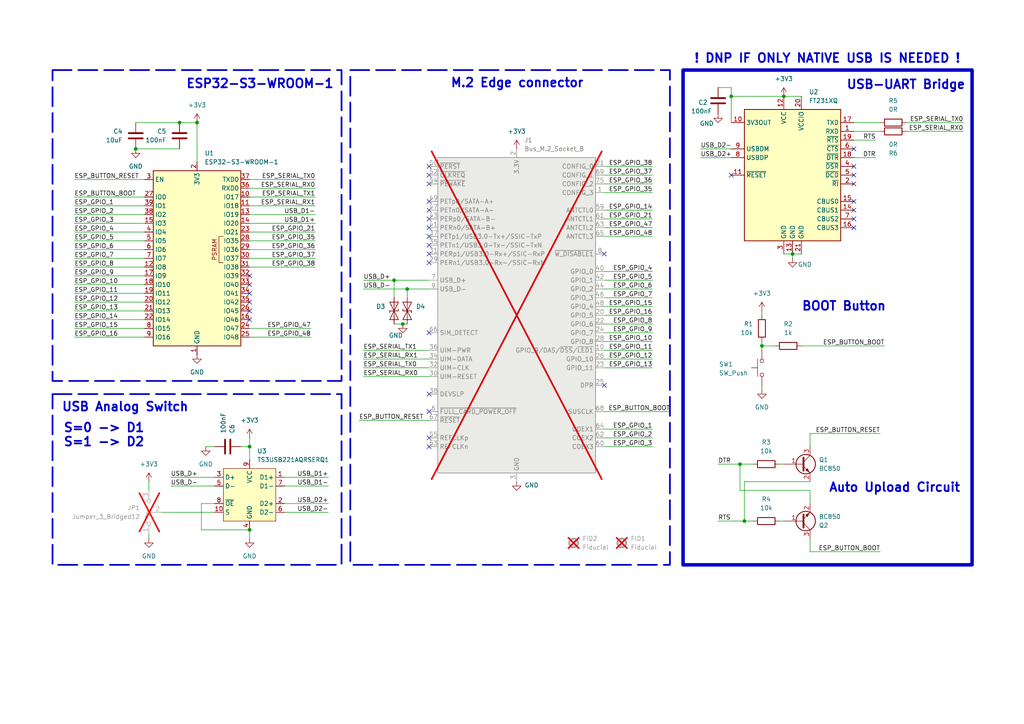
<source format=kicad_sch>
(kicad_sch (version 20231120) (generator "eeschema") (generator_version "8.0")
  (paper "A4")
  (lib_symbols
    (symbol "Connector:Bus_M.2_Socket_B"
      (property "Reference" "J" (at -22.86 46.99 0))
      (property "Value" "Bus_M.2_Socket_B" (at 16.51 46.99 0))
      (symbol "Bus_M.2_Socket_B_0_1"
        (rectangle (start -22.86 45.72) (end 22.86 -45.72) (stroke (width 0.254)) (fill (type background)))
      )
      (symbol "Bus_M.2_Socket_B_1_1"
        (pin input line (at 25.4 35.56 180) (length 2.54) (name "CONFIG_3") (number "1"))
        (pin bidirectional line (at 25.4 -10.16 180) (length 2.54) (name "GPIO_9/DAS/~{DSS}/~{LED1}") (number "10"))
        (pin passive line (at 0 -48.26 90) (length 2.54) hide (name "GND") (number "11"))
        (pin power_in line (at 0 48.26 270) (length 2.54) (name "3.3V") (number "2"))
        (pin bidirectional line (at 25.4 0 180) (length 2.54) (name "GPIO_5") (number "20"))
        (pin input line (at 25.4 43.18 180) (length 2.54) (name "CONFIG_0") (number "21"))
        (pin bidirectional line (at 25.4 -2.54 180) (length 2.54) (name "GPIO_6") (number "22"))
        (pin bidirectional line (at 25.4 -15.24 180) (length 2.54) (name "GPIO_11") (number "23"))
        (pin bidirectional line (at 25.4 -5.08 180) (length 2.54) (name "GPIO_7") (number "24"))
        (pin output line (at 25.4 -20.32 180) (length 2.54) (name "DPR") (number "25"))
        (pin bidirectional line (at 25.4 -12.7 180) (length 2.54) (name "GPIO_10") (number "26"))
        (pin passive line (at 0 -48.26 90) (length 2.54) hide (name "GND") (number "27"))
        (pin bidirectional line (at 25.4 -7.62 180) (length 2.54) (name "GPIO_8") (number "28"))
        (pin input line (at -25.4 15.24 0) (length 2.54) (name "PERn1/USB3.0-Rx-/SSIC-RxN") (number "29"))
        (pin power_in line (at 0 -48.26 90) (length 2.54) (name "GND") (number "3"))
        (pin input line (at -25.4 -17.78 0) (length 2.54) (name "UIM-RESET") (number "30"))
        (pin input line (at -25.4 17.78 0) (length 2.54) (name "PERp1/USB3.0-Rx+/SSIC-RxP") (number "31"))
        (pin input line (at -25.4 -15.24 0) (length 2.54) (name "UIM-CLK") (number "32"))
        (pin passive line (at 0 -48.26 90) (length 2.54) hide (name "GND") (number "33"))
        (pin bidirectional line (at -25.4 -12.7 0) (length 2.54) (name "UIM-DATA") (number "34"))
        (pin output line (at -25.4 20.32 0) (length 2.54) (name "PETn1/USB3.0-Tx-/SSIC-TxN") (number "35"))
        (pin input line (at -25.4 -10.16 0) (length 2.54) (name "UIM-PWR") (number "36"))
        (pin output line (at -25.4 22.86 0) (length 2.54) (name "PETp1/USB3.0-Tx+/SSIC-TxP") (number "37"))
        (pin output line (at -25.4 -22.86 0) (length 2.54) (name "DEVSLP") (number "38"))
        (pin passive line (at 0 -48.26 90) (length 2.54) hide (name "GND") (number "39"))
        (pin passive line (at 0 48.26 270) (length 2.54) hide (name "3.3V") (number "4"))
        (pin bidirectional line (at 25.4 12.7 180) (length 2.54) (name "GPIO_0") (number "40"))
        (pin input line (at -25.4 25.4 0) (length 2.54) (name "PERn0/SATA-B+") (number "41"))
        (pin bidirectional line (at 25.4 10.16 180) (length 2.54) (name "GPIO_1") (number "42"))
        (pin input line (at -25.4 27.94 0) (length 2.54) (name "PERp0/SATA-B-") (number "43"))
        (pin bidirectional line (at 25.4 7.62 180) (length 2.54) (name "GPIO_2") (number "44"))
        (pin passive line (at 0 -48.26 90) (length 2.54) hide (name "GND") (number "45"))
        (pin bidirectional line (at 25.4 5.08 180) (length 2.54) (name "GPIO_3") (number "46"))
        (pin output line (at -25.4 30.48 0) (length 2.54) (name "PETn0/SATA-A-") (number "47"))
        (pin bidirectional line (at 25.4 2.54 180) (length 2.54) (name "GPIO_4") (number "48"))
        (pin output line (at -25.4 33.02 0) (length 2.54) (name "PETp0/SATA-A+") (number "49"))
        (pin passive line (at 0 -48.26 90) (length 2.54) hide (name "GND") (number "5"))
        (pin output line (at -25.4 43.18 0) (length 2.54) (name "~{PERST}") (number "50"))
        (pin passive line (at 0 -48.26 90) (length 2.54) hide (name "GND") (number "51"))
        (pin bidirectional line (at -25.4 40.64 0) (length 2.54) (name "~{CLKREQ}") (number "52"))
        (pin output line (at -25.4 -38.1 0) (length 2.54) (name "REFCLKn") (number "53"))
        (pin bidirectional line (at -25.4 38.1 0) (length 2.54) (name "~{PEWAKE}") (number "54"))
        (pin output line (at -25.4 -35.56 0) (length 2.54) (name "REFCLKp") (number "55"))
        (pin no_connect line (at 22.86 -43.18 180) (length 2.54) hide (name "NC") (number "56"))
        (pin passive line (at 0 -48.26 90) (length 2.54) hide (name "GND") (number "57"))
        (pin no_connect line (at 22.86 -40.64 180) (length 2.54) hide (name "NC") (number "58"))
        (pin input line (at 25.4 30.48 180) (length 2.54) (name "ANTCTL0") (number "59"))
        (pin output line (at -25.4 -27.94 0) (length 2.54) (name "~{FULL_CARD_POWER_OFF}") (number "6"))
        (pin bidirectional line (at 25.4 -38.1 180) (length 2.54) (name "COEX3") (number "60"))
        (pin input line (at 25.4 27.94 180) (length 2.54) (name "ANTCTL1") (number "61"))
        (pin bidirectional line (at 25.4 -35.56 180) (length 2.54) (name "COEX2") (number "62"))
        (pin input line (at 25.4 25.4 180) (length 2.54) (name "ANTCTL2") (number "63"))
        (pin bidirectional line (at 25.4 -33.02 180) (length 2.54) (name "COEX1") (number "64"))
        (pin input line (at 25.4 22.86 180) (length 2.54) (name "ANTCTL3") (number "65"))
        (pin output line (at -25.4 -5.08 0) (length 2.54) (name "SIM_DETECT") (number "66"))
        (pin output line (at -25.4 -30.48 0) (length 2.54) (name "~{RESET}") (number "67"))
        (pin output line (at 25.4 -27.94 180) (length 2.54) (name "SUSCLK") (number "68"))
        (pin input line (at 25.4 40.64 180) (length 2.54) (name "CONFIG_1") (number "69"))
        (pin bidirectional line (at -25.4 10.16 0) (length 2.54) (name "USB_D+") (number "7"))
        (pin passive line (at 0 48.26 270) (length 2.54) hide (name "3.3V") (number "70"))
        (pin passive line (at 0 -48.26 90) (length 2.54) hide (name "GND") (number "71"))
        (pin passive line (at 0 48.26 270) (length 2.54) hide (name "3.3V") (number "72"))
        (pin passive line (at 0 -48.26 90) (length 2.54) hide (name "GND") (number "73"))
        (pin passive line (at 0 48.26 270) (length 2.54) hide (name "3.3V") (number "74"))
        (pin input line (at 25.4 38.1 180) (length 2.54) (name "CONFIG_2") (number "75"))
        (pin output line (at 25.4 17.78 180) (length 2.54) (name "~{W_DISABLE1}") (number "8"))
        (pin bidirectional line (at -25.4 7.62 0) (length 2.54) (name "USB_D-") (number "9"))
      )
    )
    (symbol "Device:C" (pin_numbers hide) (pin_names (offset 0.254))
      (property "Reference" "C" (at 0.635 2.54 0))
      (property "Value" "C" (at 0.635 -2.54 0))
      (symbol "C_0_1"
        (polyline (pts (xy -2.032 -0.762) (xy 2.032 -0.762)) (stroke (width 0.508)))
        (polyline (pts (xy -2.032 0.762) (xy 2.032 0.762)) (stroke (width 0.508)))
      )
      (symbol "C_1_1"
        (pin passive line (at 0 3.81 270) (length 2.794) (name "~") (number "1"))
        (pin passive line (at 0 -3.81 90) (length 2.794) (name "~") (number "2"))
      )
    )
    (symbol "Device:R" (pin_numbers hide) (pin_names (offset 0))
      (property "Reference" "R" (at 2.032 0 90))
      (property "Value" "R" (at 0 0 90))
      (symbol "R_0_1"
        (rectangle (start -1.016 -2.54) (end 1.016 2.54) (stroke (width 0.254)))
      )
      (symbol "R_1_1"
        (pin passive line (at 0 3.81 270) (length 1.27) (name "~") (number "1"))
        (pin passive line (at 0 -3.81 90) (length 1.27) (name "~") (number "2"))
      )
    )
    (symbol "Diode:SD05_SOD323" (pin_numbers hide) (pin_names (offset 1.016) hide)
      (property "Reference" "D" (at 0 2.54 0))
      (property "Value" "SD05_SOD323" (at 0 -2.54 0))
      (symbol "SD05_SOD323_0_1"
        (polyline (pts (xy 1.27 0) (xy -1.27 0)))
        (polyline (pts (xy -2.54 -1.27) (xy 0 0) (xy -2.54 1.27) (xy -2.54 -1.27)) (stroke (width 0.2032)))
        (polyline (pts (xy 0.508 1.27) (xy 0 1.27) (xy 0 -1.27) (xy -0.508 -1.27)) (stroke (width 0.2032)))
        (polyline (pts (xy 2.54 1.27) (xy 2.54 -1.27) (xy 0 0) (xy 2.54 1.27)) (stroke (width 0.2032)))
      )
      (symbol "SD05_SOD323_1_1"
        (pin passive line (at -3.81 0 0) (length 2.54) (name "A1") (number "1"))
        (pin passive line (at 3.81 0 180) (length 2.54) (name "A2") (number "2"))
      )
    )
    (symbol "Interface_USB:FT231XQ"
      (property "Reference" "U" (at -13.97 20.32 0))
      (property "Value" "FT231XQ" (at 6.35 20.32 0))
      (symbol "FT231XQ_0_1"
        (rectangle (start -13.97 19.05) (end 13.97 -19.05) (stroke (width 0.254)) (fill (type background)))
      )
      (symbol "FT231XQ_1_1"
        (pin input line (at 17.78 12.7 180) (length 3.81) (name "RXD") (number "1"))
        (pin power_out line (at -17.78 15.24 0) (length 3.81) (name "3V3OUT") (number "10"))
        (pin input line (at -17.78 0 0) (length 3.81) (name "~{RESET}") (number "11"))
        (pin power_in line (at -2.54 22.86 270) (length 3.81) (name "VCC") (number "12"))
        (pin power_in line (at 0 -22.86 90) (length 3.81) (name "GND") (number "13"))
        (pin bidirectional line (at 17.78 -10.16 180) (length 3.81) (name "CBUS1") (number "14"))
        (pin bidirectional line (at 17.78 -7.62 180) (length 3.81) (name "CBUS0") (number "15"))
        (pin bidirectional line (at 17.78 -15.24 180) (length 3.81) (name "CBUS3") (number "16"))
        (pin output line (at 17.78 15.24 180) (length 3.81) (name "TXD") (number "17"))
        (pin output line (at 17.78 5.08 180) (length 3.81) (name "~{DTR}") (number "18"))
        (pin output line (at 17.78 10.16 180) (length 3.81) (name "~{RTS}") (number "19"))
        (pin input line (at 17.78 -2.54 180) (length 3.81) (name "~{RI}") (number "2"))
        (pin power_in line (at 2.54 22.86 270) (length 3.81) (name "VCCIO") (number "20"))
        (pin power_in line (at 2.54 -22.86 90) (length 3.81) (name "GND") (number "21"))
        (pin power_in line (at -2.54 -22.86 90) (length 3.81) (name "GND") (number "3"))
        (pin input line (at 17.78 2.54 180) (length 3.81) (name "~{DSR}") (number "4"))
        (pin input line (at 17.78 0 180) (length 3.81) (name "~{DCD}") (number "5"))
        (pin input line (at 17.78 7.62 180) (length 3.81) (name "~{CTS}") (number "6"))
        (pin bidirectional line (at 17.78 -12.7 180) (length 3.81) (name "CBUS2") (number "7"))
        (pin bidirectional line (at -17.78 5.08 0) (length 3.81) (name "USBDP") (number "8"))
        (pin bidirectional line (at -17.78 7.62 0) (length 3.81) (name "USBDM") (number "9"))
      )
    )
    (symbol "Interface_USB:TS3USB30ERSWR"
      (property "Reference" "U" (at -6.35 8.89 0))
      (property "Value" "TS3USB30ERSWR" (at 8.89 8.89 0))
      (symbol "TS3USB30ERSWR_1_1"
        (rectangle (start -7.62 7.62) (end 7.62 -7.62) (fill (type background)))
        (pin bidirectional line (at 10.16 5.08 180) (length 2.54) (name "D1+") (number "1"))
        (pin input line (at -10.16 -5.08 0) (length 2.54) (name "S") (number "10"))
        (pin bidirectional line (at 10.16 -2.54 180) (length 2.54) (name "D2+") (number "2"))
        (pin bidirectional line (at -10.16 5.08 0) (length 2.54) (name "D+") (number "3"))
        (pin power_in line (at 0 -10.16 90) (length 2.54) (name "GND") (number "4"))
        (pin bidirectional line (at -10.16 2.54 0) (length 2.54) (name "D-") (number "5"))
        (pin bidirectional line (at 10.16 -5.08 180) (length 2.54) (name "D2-") (number "6"))
        (pin bidirectional line (at 10.16 2.54 180) (length 2.54) (name "D1-") (number "7"))
        (pin input line (at -10.16 -2.54 0) (length 2.54) (name "~{OE}") (number "8"))
        (pin power_in line (at 0 10.16 270) (length 2.54) (name "VCC") (number "9"))
      )
    )
    (symbol "Jumper:Jumper_3_Bridged12" (pin_names (offset 0) hide)
      (property "Reference" "JP" (at -2.54 -2.54 0))
      (property "Value" "Jumper_3_Bridged12" (at 0 2.794 0))
      (symbol "Jumper_3_Bridged12_0_0"
        (circle (center -3.302 0) (radius 0.508))
        (circle (center 0 0) (radius 0.508))
        (circle (center 3.302 0) (radius 0.508))
      )
      (symbol "Jumper_3_Bridged12_0_1"
        (arc (start -0.254 0.508) (mid -1.651 0.9912) (end -3.048 0.508))
        (polyline (pts (xy 0 -1.27) (xy 0 -0.508)))
      )
      (symbol "Jumper_3_Bridged12_1_1"
        (pin passive line (at -6.35 0 0) (length 2.54) (name "A") (number "1"))
        (pin passive line (at 0 -3.81 90) (length 2.54) (name "C") (number "2"))
        (pin passive line (at 6.35 0 180) (length 2.54) (name "B") (number "3"))
      )
    )
    (symbol "Mechanical:Fiducial"
      (property "Reference" "FID" (at 0 5.08 0))
      (property "Value" "Fiducial" (at 0 3.175 0))
      (symbol "Fiducial_0_1"
        (circle (center 0 0) (radius 1.27) (stroke (width 0.508)) (fill (type background)))
      )
    )
    (symbol "RF_Module:ESP32-S3-WROOM-1"
      (property "Reference" "U" (at -12.7 26.67 0))
      (property "Value" "ESP32-S3-WROOM-1" (at 12.7 26.67 0))
      (symbol "ESP32-S3-WROOM-1_0_0"
        (rectangle (start -12.7 25.4) (end 12.7 -25.4) (stroke (width 0.254)) (fill (type background)))
        (text "PSRAM" (at 5.08 2.54 900) (effects (font (size 1.27 1.27))))
      )
      (symbol "ESP32-S3-WROOM-1_0_1"
        (polyline (pts (xy 7.62 -1.27) (xy 6.35 -1.27) (xy 6.35 6.35) (xy 7.62 6.35)))
      )
      (symbol "ESP32-S3-WROOM-1_1_1"
        (pin power_in line (at 0 -27.94 90) (length 2.54) (name "GND") (number "1"))
        (pin bidirectional line (at 15.24 17.78 180) (length 2.54) (name "IO17") (number "10"))
        (pin bidirectional line (at 15.24 15.24 180) (length 2.54) (name "IO18") (number "11"))
        (pin bidirectional line (at -15.24 -2.54 0) (length 2.54) (name "IO8") (number "12"))
        (pin bidirectional line (at 15.24 12.7 180) (length 2.54) (name "IO19") (number "13"))
        (pin bidirectional line (at 15.24 10.16 180) (length 2.54) (name "IO20") (number "14"))
        (pin bidirectional line (at -15.24 10.16 0) (length 2.54) (name "IO3") (number "15"))
        (pin bidirectional line (at 15.24 -17.78 180) (length 2.54) (name "IO46") (number "16"))
        (pin bidirectional line (at -15.24 -5.08 0) (length 2.54) (name "IO9") (number "17"))
        (pin bidirectional line (at -15.24 -7.62 0) (length 2.54) (name "IO10") (number "18"))
        (pin bidirectional line (at -15.24 -10.16 0) (length 2.54) (name "IO11") (number "19"))
        (pin power_in line (at 0 27.94 270) (length 2.54) (name "3V3") (number "2"))
        (pin bidirectional line (at -15.24 -12.7 0) (length 2.54) (name "IO12") (number "20"))
        (pin bidirectional line (at -15.24 -15.24 0) (length 2.54) (name "IO13") (number "21"))
        (pin bidirectional line (at -15.24 -17.78 0) (length 2.54) (name "IO14") (number "22"))
        (pin bidirectional line (at 15.24 7.62 180) (length 2.54) (name "IO21") (number "23"))
        (pin bidirectional line (at 15.24 -20.32 180) (length 2.54) (name "IO47") (number "24"))
        (pin bidirectional line (at 15.24 -22.86 180) (length 2.54) (name "IO48") (number "25"))
        (pin bidirectional line (at 15.24 -15.24 180) (length 2.54) (name "IO45") (number "26"))
        (pin bidirectional line (at -15.24 17.78 0) (length 2.54) (name "IO0") (number "27"))
        (pin bidirectional line (at 15.24 5.08 180) (length 2.54) (name "IO35") (number "28"))
        (pin bidirectional line (at 15.24 2.54 180) (length 2.54) (name "IO36") (number "29"))
        (pin input line (at -15.24 22.86 0) (length 2.54) (name "EN") (number "3"))
        (pin bidirectional line (at 15.24 0 180) (length 2.54) (name "IO37") (number "30"))
        (pin bidirectional line (at 15.24 -2.54 180) (length 2.54) (name "IO38") (number "31"))
        (pin bidirectional line (at 15.24 -5.08 180) (length 2.54) (name "IO39") (number "32"))
        (pin bidirectional line (at 15.24 -7.62 180) (length 2.54) (name "IO40") (number "33"))
        (pin bidirectional line (at 15.24 -10.16 180) (length 2.54) (name "IO41") (number "34"))
        (pin bidirectional line (at 15.24 -12.7 180) (length 2.54) (name "IO42") (number "35"))
        (pin bidirectional line (at 15.24 20.32 180) (length 2.54) (name "RXD0") (number "36"))
        (pin bidirectional line (at 15.24 22.86 180) (length 2.54) (name "TXD0") (number "37"))
        (pin bidirectional line (at -15.24 12.7 0) (length 2.54) (name "IO2") (number "38"))
        (pin bidirectional line (at -15.24 15.24 0) (length 2.54) (name "IO1") (number "39"))
        (pin bidirectional line (at -15.24 7.62 0) (length 2.54) (name "IO4") (number "4"))
        (pin passive line (at 0 -27.94 90) (length 2.54) hide (name "GND") (number "40"))
        (pin passive line (at 0 -27.94 90) (length 2.54) hide (name "GND") (number "41"))
        (pin bidirectional line (at -15.24 5.08 0) (length 2.54) (name "IO5") (number "5"))
        (pin bidirectional line (at -15.24 2.54 0) (length 2.54) (name "IO6") (number "6"))
        (pin bidirectional line (at -15.24 0 0) (length 2.54) (name "IO7") (number "7"))
        (pin bidirectional line (at -15.24 -20.32 0) (length 2.54) (name "IO15") (number "8"))
        (pin bidirectional line (at -15.24 -22.86 0) (length 2.54) (name "IO16") (number "9"))
      )
    )
    (symbol "Switch:SW_Push" (pin_numbers hide) (pin_names (offset 1.016) hide)
      (property "Reference" "SW" (at 1.27 2.54 0))
      (property "Value" "SW_Push" (at 0 -1.524 0))
      (symbol "SW_Push_0_1"
        (circle (center -2.032 0) (radius 0.508))
        (polyline (pts (xy 0 1.27) (xy 0 3.048)))
        (polyline (pts (xy 2.54 1.27) (xy -2.54 1.27)))
        (circle (center 2.032 0) (radius 0.508))
        (pin passive line (at -5.08 0 0) (length 2.54) (name "1") (number "1"))
        (pin passive line (at 5.08 0 180) (length 2.54) (name "2") (number "2"))
      )
    )
    (symbol "Transistor_BJT:BC850" (pin_names (offset 0) hide)
      (property "Reference" "Q" (at 5.08 1.905 0))
      (property "Value" "BC850" (at 5.08 0 0))
      (symbol "BC850_0_1"
        (polyline (pts (xy 0.635 0.635) (xy 2.54 2.54)))
        (polyline (pts (xy 0.635 -0.635) (xy 2.54 -2.54) (xy 2.54 -2.54)))
        (polyline (pts (xy 0.635 1.905) (xy 0.635 -1.905) (xy 0.635 -1.905)) (stroke (width 0.508)))
        (polyline (pts (xy 1.27 -1.778) (xy 1.778 -1.27) (xy 2.286 -2.286) (xy 1.27 -1.778) (xy 1.27 -1.778)) (fill (type outline)))
        (circle (center 1.27 0) (radius 2.8194) (stroke (width 0.254)))
      )
      (symbol "BC850_1_1"
        (pin input line (at -5.08 0 0) (length 5.715) (name "B") (number "1"))
        (pin passive line (at 2.54 -5.08 90) (length 2.54) (name "E") (number "2"))
        (pin passive line (at 2.54 5.08 270) (length 2.54) (name "C") (number "3"))
      )
    )
    (symbol "power:+3V3" (power) (pin_numbers hide) (pin_names (offset 0) hide)
      (property "Value" "+3V3" (at 0 3.556 0))
      (symbol "+3V3_0_1"
        (polyline (pts (xy -0.762 1.27) (xy 0 2.54)))
        (polyline (pts (xy 0 0) (xy 0 2.54)))
        (polyline (pts (xy 0 2.54) (xy 0.762 1.27)))
      )
      (symbol "+3V3_1_1"
        (pin power_in line (at 0 0 90) (length 0) (name "~") (number "1"))
      )
    )
    (symbol "power:GND" (power) (pin_numbers hide) (pin_names (offset 0) hide)
      (property "Value" "GND" (at 0 -3.81 0))
      (symbol "GND_0_1"
        (polyline (pts (xy 0 0) (xy 0 -1.27) (xy 1.27 -1.27) (xy 0 -2.54) (xy -1.27 -1.27) (xy 0 -1.27)))
      )
      (symbol "GND_1_1"
        (pin power_in line (at 0 0 270) (length 0) (name "~") (number "1"))
      )
    )
  )
  (junction (at 72.39 129.54))
  (junction (at 227.33 27.94))
  (junction (at 214.63 134.62))
  (junction (at 57.15 35.56))
  (junction (at 114.3 81.28))
  (junction (at 215.9 151.13))
  (junction (at 220.98 100.33))
  (junction (at 212.09 27.94))
  (junction (at 72.39 153.67))
  (junction (at 39.37 43.18))
  (junction (at 118.11 83.82))
  (junction (at 116.84 93.98))
  (junction (at 229.87 73.66))
  (junction (at 52.07 35.56))
  (no_connect (at 124.46 68.58))
  (no_connect (at 124.46 71.12))
  (no_connect (at 124.46 114.3))
  (no_connect (at 175.26 73.66))
  (no_connect (at 124.46 63.5))
  (no_connect (at 124.46 50.8))
  (no_connect (at 72.39 92.71))
  (no_connect (at 124.46 73.66))
  (no_connect (at 72.39 87.63))
  (no_connect (at 124.46 76.2))
  (no_connect (at 124.46 48.26))
  (no_connect (at 247.65 60.96))
  (no_connect (at 124.46 58.42))
  (no_connect (at 72.39 85.09))
  (no_connect (at 247.65 63.5))
  (no_connect (at 247.65 48.26))
  (no_connect (at 124.46 129.54))
  (no_connect (at 124.46 96.52))
  (no_connect (at 72.39 80.01))
  (no_connect (at 247.65 43.18))
  (no_connect (at 212.09 50.8))
  (no_connect (at 247.65 50.8))
  (no_connect (at 124.46 53.34))
  (no_connect (at 247.65 53.34))
  (no_connect (at 124.46 119.38))
  (no_connect (at 175.26 111.76))
  (no_connect (at 124.46 60.96))
  (no_connect (at 247.65 66.04))
  (no_connect (at 72.39 90.17))
  (no_connect (at 124.46 127))
  (no_connect (at 247.65 58.42))
  (no_connect (at 72.39 82.55))
  (no_connect (at 124.46 66.04))
  (wire (pts (xy 72.39 153.67) (xy 72.39 156.21)))
  (wire (pts (xy 21.59 62.23) (xy 41.91 62.23)))
  (wire (pts (xy 175.26 91.44) (xy 189.23 91.44)))
  (wire (pts (xy 175.26 124.46) (xy 189.23 124.46)))
  (wire (pts (xy 175.26 86.36) (xy 189.23 86.36)))
  (wire (pts (xy 41.91 57.15) (xy 21.59 57.15)))
  (wire (pts (xy 232.41 27.94) (xy 227.33 27.94)))
  (wire (pts (xy 215.9 139.7) (xy 215.9 151.13)))
  (wire (pts (xy 58.42 146.05) (xy 58.42 153.67)))
  (wire (pts (xy 21.59 92.71) (xy 41.91 92.71)))
  (wire (pts (xy 175.26 129.54) (xy 189.23 129.54)))
  (wire (pts (xy 203.2 43.18) (xy 212.09 43.18)))
  (wire (pts (xy 208.28 151.13) (xy 215.9 151.13)))
  (wire (pts (xy 226.06 151.13) (xy 227.33 151.13)))
  (wire (pts (xy 247.65 40.64) (xy 254 40.64)))
  (wire (pts (xy 262.89 38.1) (xy 279.4 38.1)))
  (wire (pts (xy 105.41 109.22) (xy 124.46 109.22)))
  (wire (pts (xy 212.09 25.4) (xy 212.09 27.94)))
  (wire (pts (xy 175.26 99.06) (xy 189.23 99.06)))
  (wire (pts (xy 175.26 60.96) (xy 189.23 60.96)))
  (wire (pts (xy 229.87 73.66) (xy 229.87 74.93)))
  (wire (pts (xy 59.69 129.54) (xy 62.23 129.54)))
  (wire (pts (xy 105.41 101.6) (xy 124.46 101.6)))
  (wire (pts (xy 118.11 83.82) (xy 118.11 86.36)))
  (wire (pts (xy 91.44 67.31) (xy 72.39 67.31)))
  (wire (pts (xy 72.39 74.93) (xy 91.44 74.93)))
  (wire (pts (xy 229.87 73.66) (xy 232.41 73.66)))
  (wire (pts (xy 220.98 90.17) (xy 220.98 91.44)))
  (wire (pts (xy 175.26 104.14) (xy 189.23 104.14)))
  (wire (pts (xy 95.25 140.97) (xy 82.55 140.97)))
  (wire (pts (xy 214.63 142.24) (xy 214.63 134.62)))
  (wire (pts (xy 91.44 64.77) (xy 72.39 64.77)))
  (wire (pts (xy 208.28 25.4) (xy 212.09 25.4)))
  (wire (pts (xy 105.41 83.82) (xy 118.11 83.82)))
  (wire (pts (xy 72.39 127) (xy 72.39 129.54)))
  (wire (pts (xy 104.14 121.92) (xy 124.46 121.92)))
  (wire (pts (xy 208.28 134.62) (xy 214.63 134.62)))
  (wire (pts (xy 62.23 146.05) (xy 58.42 146.05)))
  (wire (pts (xy 49.53 140.97) (xy 62.23 140.97)))
  (wire (pts (xy 175.26 68.58) (xy 189.23 68.58)))
  (wire (pts (xy 175.26 96.52) (xy 189.23 96.52)))
  (wire (pts (xy 49.53 138.43) (xy 62.23 138.43)))
  (wire (pts (xy 72.39 69.85) (xy 91.44 69.85)))
  (wire (pts (xy 175.26 48.26) (xy 189.23 48.26)))
  (wire (pts (xy 69.85 129.54) (xy 72.39 129.54)))
  (wire (pts (xy 21.59 67.31) (xy 41.91 67.31)))
  (wire (pts (xy 82.55 138.43) (xy 95.25 138.43)))
  (wire (pts (xy 21.59 95.25) (xy 41.91 95.25)))
  (wire (pts (xy 21.59 85.09) (xy 41.91 85.09)))
  (wire (pts (xy 91.44 54.61) (xy 72.39 54.61)))
  (wire (pts (xy 21.59 64.77) (xy 41.91 64.77)))
  (wire (pts (xy 232.41 100.33) (xy 256.54 100.33)))
  (wire (pts (xy 175.26 81.28) (xy 189.23 81.28)))
  (wire (pts (xy 114.3 81.28) (xy 114.3 86.36)))
  (wire (pts (xy 234.95 125.73) (xy 255.27 125.73)))
  (wire (pts (xy 91.44 62.23) (xy 72.39 62.23)))
  (wire (pts (xy 215.9 151.13) (xy 218.44 151.13)))
  (wire (pts (xy 95.25 148.59) (xy 82.55 148.59)))
  (wire (pts (xy 21.59 52.07) (xy 41.91 52.07)))
  (wire (pts (xy 214.63 134.62) (xy 218.44 134.62)))
  (wire (pts (xy 175.26 88.9) (xy 189.23 88.9)))
  (wire (pts (xy 175.26 53.34) (xy 189.23 53.34)))
  (wire (pts (xy 234.95 156.21) (xy 234.95 160.02)))
  (wire (pts (xy 21.59 80.01) (xy 41.91 80.01)))
  (wire (pts (xy 21.59 77.47) (xy 41.91 77.47)))
  (wire (pts (xy 21.59 97.79) (xy 41.91 97.79)))
  (wire (pts (xy 175.26 106.68) (xy 189.23 106.68)))
  (wire (pts (xy 175.26 83.82) (xy 189.23 83.82)))
  (wire (pts (xy 105.41 106.68) (xy 124.46 106.68)))
  (wire (pts (xy 118.11 83.82) (xy 124.46 83.82)))
  (wire (pts (xy 175.26 50.8) (xy 189.23 50.8)))
  (wire (pts (xy 72.39 97.79) (xy 90.17 97.79)))
  (wire (pts (xy 21.59 74.93) (xy 41.91 74.93)))
  (wire (pts (xy 227.33 73.66) (xy 229.87 73.66)))
  (wire (pts (xy 175.26 101.6) (xy 189.23 101.6)))
  (wire (pts (xy 91.44 77.47) (xy 72.39 77.47)))
  (wire (pts (xy 175.26 127) (xy 189.23 127)))
  (wire (pts (xy 234.95 142.24) (xy 214.63 142.24)))
  (wire (pts (xy 105.41 104.14) (xy 124.46 104.14)))
  (wire (pts (xy 95.25 146.05) (xy 82.55 146.05)))
  (wire (pts (xy 39.37 43.18) (xy 52.07 43.18)))
  (wire (pts (xy 220.98 100.33) (xy 224.79 100.33)))
  (wire (pts (xy 57.15 35.56) (xy 57.15 46.99)))
  (wire (pts (xy 254 45.72) (xy 247.65 45.72)))
  (wire (pts (xy 114.3 93.98) (xy 116.84 93.98)))
  (wire (pts (xy 175.26 78.74) (xy 189.23 78.74)))
  (wire (pts (xy 175.26 93.98) (xy 189.23 93.98)))
  (wire (pts (xy 247.65 38.1) (xy 255.27 38.1)))
  (wire (pts (xy 262.89 35.56) (xy 279.4 35.56)))
  (wire (pts (xy 43.18 139.7) (xy 43.18 142.24)))
  (wire (pts (xy 21.59 72.39) (xy 41.91 72.39)))
  (wire (pts (xy 105.41 81.28) (xy 114.3 81.28)))
  (wire (pts (xy 21.59 82.55) (xy 41.91 82.55)))
  (wire (pts (xy 46.99 148.59) (xy 62.23 148.59)))
  (wire (pts (xy 212.09 35.56) (xy 212.09 27.94)))
  (wire (pts (xy 234.95 146.05) (xy 234.95 142.24)))
  (wire (pts (xy 220.98 111.76) (xy 220.98 113.03)))
  (wire (pts (xy 21.59 59.69) (xy 41.91 59.69)))
  (wire (pts (xy 203.2 45.72) (xy 212.09 45.72)))
  (wire (pts (xy 175.26 119.38) (xy 194.31 119.38)))
  (wire (pts (xy 39.37 35.56) (xy 52.07 35.56)))
  (wire (pts (xy 91.44 57.15) (xy 72.39 57.15)))
  (wire (pts (xy 234.95 160.02) (xy 255.27 160.02)))
  (wire (pts (xy 175.26 55.88) (xy 189.23 55.88)))
  (wire (pts (xy 234.95 139.7) (xy 215.9 139.7)))
  (wire (pts (xy 220.98 100.33) (xy 220.98 99.06)))
  (wire (pts (xy 220.98 100.33) (xy 220.98 101.6)))
  (wire (pts (xy 212.09 27.94) (xy 227.33 27.94)))
  (wire (pts (xy 175.26 63.5) (xy 189.23 63.5)))
  (wire (pts (xy 72.39 95.25) (xy 90.17 95.25)))
  (wire (pts (xy 52.07 35.56) (xy 57.15 35.56)))
  (wire (pts (xy 21.59 87.63) (xy 41.91 87.63)))
  (wire (pts (xy 116.84 93.98) (xy 118.11 93.98)))
  (wire (pts (xy 234.95 129.54) (xy 234.95 125.73)))
  (wire (pts (xy 21.59 69.85) (xy 41.91 69.85)))
  (wire (pts (xy 72.39 129.54) (xy 72.39 133.35)))
  (wire (pts (xy 175.26 66.04) (xy 189.23 66.04)))
  (wire (pts (xy 226.06 134.62) (xy 227.33 134.62)))
  (wire (pts (xy 247.65 35.56) (xy 255.27 35.56)))
  (wire (pts (xy 43.18 154.94) (xy 43.18 156.21)))
  (wire (pts (xy 91.44 59.69) (xy 72.39 59.69)))
  (wire (pts (xy 72.39 72.39) (xy 91.44 72.39)))
  (wire (pts (xy 58.42 153.67) (xy 72.39 153.67)))
  (wire (pts (xy 114.3 81.28) (xy 124.46 81.28)))
  (wire (pts (xy 21.59 90.17) (xy 41.91 90.17)))
  (wire (pts (xy 91.44 52.07) (xy 72.39 52.07)))
  (rectangle (start 15.24 114.3) (end 99.06 163.83) (stroke (width 0.5) (type dash)))
  (rectangle (start 15.24 20.32) (end 99.06 110.49) (stroke (width 0.5) (type dash)))
  (rectangle (start 101.6 20.32) (end 194.31 163.83) (stroke (width 0.5) (type dash)))
  (rectangle (start 198.12 20.32) (end 281.94 163.83) (stroke (width 1.016)))
  (text "USB Analog Switch" (at 17.78 119.634 0) (effects (font (size 2.54 2.54) (thickness 0.508) (bold yes)) (justify left bottom)))
  (text "S=0 -> D1\nS=1 -> D2" (at 18.288 129.794 0) (effects (font (size 2.54 2.54) (thickness 0.508) (bold yes)) (justify left bottom)))
  (text "! DNP IF ONLY NATIVE USB IS NEEDED !" (at 201.168 18.542 0) (effects (font (size 2.54 2.54) (thickness 0.508) (bold yes)) (justify left bottom)))
  (text "USB-UART Bridge" (at 245.364 26.162 0) (effects (font (size 2.54 2.54) (thickness 0.508) (bold yes)) (justify left bottom)))
  (text "Auto Upload Circuit" (at 240.284 143.002 0) (effects (font (size 2.54 2.54) (thickness 0.508) (bold yes)) (justify left bottom)))
  (text "BOOT Button" (at 232.41 90.424 0) (effects (font (size 2.54 2.54) (thickness 0.508) (bold yes)) (justify left bottom)))
  (text "M.2 Edge connector\n" (at 130.556 25.654 0) (effects (font (size 2.54 2.54) (thickness 0.508) (bold yes)) (justify left bottom)))
  (text "ESP32-S3-WROOM-1" (at 53.848 25.908 0) (effects (font (size 2.54 2.54) (thickness 0.508) (bold yes)) (justify left bottom)))
  (label "ESP_GPIO_10" (at 21.59 82.55 0))
  (label "ESP_GPIO_21" (at 91.44 67.31 180))
  (label "ESP_GPIO_12" (at 189.23 104.14 180))
  (label "ESP_GPIO_48" (at 90.17 97.79 180))
  (label "USB_D-" (at 49.53 140.97 0))
  (label "ESP_SERIAL_RX1" (at 105.41 104.14 0))
  (label "ESP_GPIO_38" (at 189.23 48.26 180))
  (label "ESP_GPIO_13" (at 189.23 106.68 180))
  (label "ESP_SERIAL_TX0" (at 279.4 35.56 180))
  (label "USB_D2+" (at 95.25 146.05 180))
  (label "RTS" (at 208.28 151.13 0))
  (label "ESP_GPIO_35" (at 91.44 69.85 180))
  (label "ESP_GPIO_9" (at 189.23 96.52 180))
  (label "ESP_BUTTON_BOOT" (at 21.59 57.15 0))
  (label "ESP_GPIO_1" (at 21.59 59.69 0))
  (label "ESP_GPIO_5" (at 21.59 69.85 0))
  (label "ESP_GPIO_48" (at 189.23 68.58 180))
  (label "ESP_GPIO_6" (at 21.59 72.39 0))
  (label "ESP_SERIAL_TX0" (at 105.41 106.68 0))
  (label "ESP_BUTTON_BOOT" (at 255.27 160.02 180))
  (label "ESP_GPIO_16" (at 189.23 91.44 180))
  (label "ESP_GPIO_37" (at 189.23 50.8 180))
  (label "ESP_GPIO_12" (at 21.59 87.63 0))
  (label "USB_D2+" (at 203.2 45.72 0))
  (label "ESP_GPIO_14" (at 189.23 60.96 180))
  (label "ESP_GPIO_36" (at 91.44 72.39 180))
  (label "ESP_GPIO_8" (at 21.59 77.47 0))
  (label "ESP_SERIAL_RX0" (at 91.44 54.61 180))
  (label "ESP_GPIO_7" (at 189.23 86.36 180))
  (label "ESP_GPIO_47" (at 90.17 95.25 180))
  (label "USB_D1+" (at 95.25 138.43 180))
  (label "ESP_GPIO_11" (at 21.59 85.09 0))
  (label "USB_D-" (at 105.41 83.82 0))
  (label "ESP_SERIAL_RX1" (at 91.44 59.69 180))
  (label "USB_D2-" (at 95.25 148.59 180))
  (label "ESP_GPIO_2" (at 21.59 62.23 0))
  (label "USB_D1-" (at 95.25 140.97 180))
  (label "ESP_GPIO_7" (at 21.59 74.93 0))
  (label "ESP_GPIO_1" (at 189.23 124.46 180))
  (label "ESP_GPIO_35" (at 189.23 55.88 180))
  (label "ESP_GPIO_38" (at 91.44 77.47 180))
  (label "ESP_GPIO_8" (at 189.23 93.98 180))
  (label "ESP_GPIO_14" (at 21.59 92.71 0))
  (label "ESP_SERIAL_TX1" (at 91.44 57.15 180))
  (label "ESP_SERIAL_RX0" (at 105.41 109.22 0))
  (label "ESP_BUTTON_BOOT" (at 194.31 119.38 180))
  (label "ESP_BUTTON_RESET" (at 21.59 52.07 0))
  (label "USB_D1-" (at 91.44 62.23 180))
  (label "ESP_SERIAL_RX0" (at 279.4 38.1 180))
  (label "ESP_GPIO_15" (at 21.59 95.25 0))
  (label "ESP_GPIO_4" (at 21.59 67.31 0))
  (label "USB_D+" (at 49.53 138.43 0))
  (label "ESP_GPIO_10" (at 189.23 99.06 180))
  (label "ESP_BUTTON_BOOT" (at 256.54 100.33 180))
  (label "ESP_SERIAL_TX1" (at 105.41 101.6 0))
  (label "ESP_GPIO_9" (at 21.59 80.01 0))
  (label "ESP_GPIO_37" (at 91.44 74.93 180))
  (label "DTR" (at 254 45.72 180))
  (label "ESP_GPIO_11" (at 189.23 101.6 180))
  (label "ESP_GPIO_15" (at 189.23 88.9 180))
  (label "ESP_GPIO_21" (at 189.23 63.5 180))
  (label "USB_D2-" (at 203.2 43.18 0))
  (label "ESP_BUTTON_RESET" (at 255.27 125.73 180))
  (label "USB_D+" (at 105.41 81.28 0))
  (label "RTS" (at 254 40.64 180))
  (label "ESP_GPIO_47" (at 189.23 66.04 180))
  (label "ESP_GPIO_4" (at 189.23 78.74 180))
  (label "ESP_GPIO_5" (at 189.23 81.28 180))
  (label "ESP_BUTTON_RESET" (at 104.14 121.92 0))
  (label "ESP_GPIO_16" (at 21.59 97.79 0))
  (label "ESP_GPIO_3" (at 189.23 129.54 180))
  (label "ESP_GPIO_3" (at 21.59 64.77 0))
  (label "ESP_GPIO_2" (at 189.23 127 180))
  (label "ESP_SERIAL_TX0" (at 91.44 52.07 180))
  (label "ESP_GPIO_13" (at 21.59 90.17 0))
  (label "ESP_GPIO_6" (at 189.23 83.82 180))
  (label "ESP_GPIO_36" (at 189.23 53.34 180))
  (label "USB_D1+" (at 91.44 64.77 180))
  (label "DTR" (at 208.28 134.62 0))
  (symbol (lib_id "Diode:SD05_SOD323") (at 118.11 90.17 90) (unit 1)
    (property "Reference" "D4" (at 120.65 88.8999 90) (effects (justify right)))
    (property "Value" "SD05_SOD323" (effects (hide yes)))
    (property "Footprint" "Diode_SMD:D_SOD-323" (effects (hide yes)))
    (property "Datasheet" "https://www.littelfuse.com/~/media/electronics/datasheets/tvs_diode_arrays/littelfuse_tvs_diode_array_sd_c_datasheet.pdf.pdf" (effects (hide yes)))
    (property "Description" "5V, 450W Discrete Bidirectional TVS Diode, SOD-323" (effects (hide yes)))
    (property "TME" "SD05.TCT" (effects (hide yes)))
  )
  (symbol (lib_id "power:+3V3") (at 220.98 90.17 0) (unit 1)
    (property "Reference" "#PWR07" (effects (hide yes)))
    (property "Value" "+3V3" (at 220.98 85.09 0))
    (property "Description" "Power symbol creates a global label with name \"+3V3\"" (effects (hide yes)))
  )
  (symbol (lib_id "power:GND") (at 43.18 156.21 0) (unit 1)
    (property "Reference" "#PWR015" (effects (hide yes)))
    (property "Value" "GND" (at 43.18 161.29 0))
    (property "Description" "Power symbol creates a global label with name \"GND\" , ground" (effects (hide yes)))
  )
  (symbol (lib_id "Mechanical:Fiducial") (at 166.37 157.48 0) (unit 1) (dnp yes)
    (property "Reference" "FID2" (at 168.91 156.2099 0) (effects (justify left)))
    (property "Value" "Fiducial" (at 168.91 158.7499 0) (effects (justify left)))
    (property "Footprint" "Fiducial:Fiducial_0.5mm_Mask1.5mm" (effects (hide yes)))
    (property "Description" "Fiducial Marker" (effects (hide yes)))
  )
  (symbol (lib_id "Device:R") (at 259.08 38.1 90) (mirror x) (unit 1)
    (property "Reference" "R6" (at 259.08 44.45 90))
    (property "Value" "0R" (at 259.08 41.91 90))
    (property "Footprint" "Resistor_SMD:R_0603_1608Metric" (effects (hide yes)))
    (property "Datasheet" "https://www.tme.eu/hu/details/smd0603-100r/smd-ellenallasok/royal-ohm/0603saj0101t5e/" (effects (hide yes)))
    (property "TME" "SMD0603-0R " (effects (hide yes)))
  )
  (symbol (lib_id "power:+3V3") (at 43.18 139.7 0) (unit 1)
    (property "Reference" "#PWR016" (effects (hide yes)))
    (property "Value" "+3V3" (at 43.18 134.62 0))
    (property "Description" "Power symbol creates a global label with name \"+3V3\"" (effects (hide yes)))
  )
  (symbol (lib_id "Device:C") (at 52.07 39.37 0) (mirror y) (unit 1)
    (property "Reference" "C5" (at 48.26 38.0999 0) (effects (justify left)))
    (property "Value" "100nF" (at 48.26 40.6399 0) (effects (justify left)))
    (property "Footprint" "Capacitor_SMD:C_0603_1608Metric" (effects (hide yes)))
    (property "Description" "Unpolarized capacitor" (effects (hide yes)))
    (property "TME" "CL10B104KB8NNNC " (effects (hide yes)))
  )
  (symbol (lib_id "Device:R") (at 228.6 100.33 90) (unit 1)
    (property "Reference" "R2" (at 228.6 93.98 90))
    (property "Value" "1k" (at 228.6 96.52 90))
    (property "Footprint" "Resistor_SMD:R_0603_1608Metric" (effects (hide yes)))
    (property "Datasheet" "https://www.tme.eu/hu/details/smd0603-100r/smd-ellenallasok/royal-ohm/0603saj0101t5e/" (effects (hide yes)))
    (property "TME" "RC0603JR-071K " (effects (hide yes)))
  )
  (symbol (lib_id "power:GND") (at 72.39 156.21 0) (unit 1)
    (property "Reference" "#PWR014" (effects (hide yes)))
    (property "Value" "GND" (at 72.39 161.29 0))
    (property "Description" "Power symbol creates a global label with name \"GND\" , ground" (effects (hide yes)))
  )
  (symbol (lib_id "Device:C") (at 66.04 129.54 270) (mirror x) (unit 1)
    (property "Reference" "C6" (at 67.3101 125.73 0) (effects (justify left)))
    (property "Value" "100nF" (at 64.7701 125.73 0) (effects (justify left)))
    (property "Footprint" "Capacitor_SMD:C_0603_1608Metric" (effects (hide yes)))
    (property "Description" "Unpolarized capacitor" (effects (hide yes)))
    (property "TME" "CL10B104KB8NNNC " (effects (hide yes)))
  )
  (symbol (lib_id "power:GND") (at 208.28 33.02 0) (unit 1)
    (property "Reference" "#PWR09" (effects (hide yes)))
    (property "Value" "GND" (at 204.978 35.814 0))
    (property "Description" "Power symbol creates a global label with name \"GND\" , ground" (effects (hide yes)))
  )
  (symbol (lib_id "Device:C") (at 39.37 39.37 0) (mirror y) (unit 1)
    (property "Reference" "C4" (at 35.56 38.0999 0) (effects (justify left)))
    (property "Value" "10uF" (at 35.56 40.6399 0) (effects (justify left)))
    (property "Footprint" "Capacitor_SMD:C_0805_2012Metric" (effects (hide yes)))
    (property "Description" "Unpolarized capacitor" (effects (hide yes)))
    (property "TME" "CL21A106KOQNNNE " (effects (hide yes)))
  )
  (symbol (lib_id "power:GND") (at 39.37 43.18 0) (unit 1)
    (property "Reference" "#PWR010" (effects (hide yes)))
    (property "Value" "GND" (at 39.37 48.26 0))
    (property "Description" "Power symbol creates a global label with name \"GND\" , ground" (effects (hide yes)))
  )
  (symbol (lib_id "Device:R") (at 222.25 151.13 90) (unit 1)
    (property "Reference" "R4" (at 222.25 144.78 90))
    (property "Value" "10k" (at 222.25 147.32 90))
    (property "Footprint" "Resistor_SMD:R_0603_1608Metric" (effects (hide yes)))
    (property "Datasheet" "https://www.tme.eu/hu/details/smd0603-100r/smd-ellenallasok/royal-ohm/0603saj0101t5e/" (effects (hide yes)))
    (property "TME" "WR06X1002FTL " (effects (hide yes)))
  )
  (symbol (lib_id "power:+3V3") (at 72.39 127 0) (unit 1)
    (property "Reference" "#PWR012" (effects (hide yes)))
    (property "Value" "+3V3" (at 72.39 121.92 0))
    (property "Description" "Power symbol creates a global label with name \"+3V3\"" (effects (hide yes)))
  )
  (symbol (lib_id "Interface_USB:TS3USB30ERSWR") (at 72.39 143.51 0) (unit 1)
    (property "Reference" "U3" (at 74.5841 130.81 0) (effects (justify left)))
    (property "Value" "TS3USB221AQRSERQ1" (at 74.5841 133.35 0) (effects (justify left)))
    (property "Footprint" "Package_DFN_QFN:Texas_UQFN-10_1.5x2mm_P0.5mm" (effects (hide yes)))
    (property "Datasheet" "https://www.ti.com/lit/ds/symlink/ts3usb30e.pdf" (effects (hide yes)))
    (property "Description" "ESD-Protected, High-Speed USB 2.0 (480-Mbps) 1:2 Multiplexer/Demultiplexer Switch With Single Enable, UQFN-10" (effects (hide yes)))
    (property "MOUSER" "595-S3USB221AQRSERQ1 " (effects (hide yes)))
  )
  (symbol (lib_id "power:GND") (at 57.15 102.87 0) (unit 1)
    (property "Reference" "#PWR04" (effects (hide yes)))
    (property "Value" "GND" (at 57.15 107.95 0))
    (property "Description" "Power symbol creates a global label with name \"GND\" , ground" (effects (hide yes)))
  )
  (symbol (lib_id "Connector:Bus_M.2_Socket_B") (at 149.86 91.44 0) (unit 1) (dnp yes)
    (property "Reference" "J1" (at 152.0541 40.64 0) (effects (justify left)))
    (property "Value" "Bus_M.2_Socket_B" (at 152.0541 43.18 0) (effects (justify left)))
    (property "Footprint" "M.2-Templates:M.2-B-KEY" (effects (hide yes)))
    (property "Datasheet" "http://read.pudn.com/downloads794/doc/project/3133918/PCIe_M.2_Electromechanical_Spec_Rev1.0_Final_11012013_RS_Clean.pdf#page=154" (effects (hide yes)))
    (property "Description" "M.2 Socket 2 Mechanical Key B" (effects (hide yes)))
  )
  (symbol (lib_id "power:GND") (at 149.86 139.7 0) (unit 1)
    (property "Reference" "#PWR02" (effects (hide yes)))
    (property "Value" "GND" (at 154.178 140.716 0))
    (property "Description" "Power symbol creates a global label with name \"GND\" , ground" (effects (hide yes)))
  )
  (symbol (lib_id "RF_Module:ESP32-S3-WROOM-1") (at 57.15 74.93 0) (unit 1)
    (property "Reference" "U1" (at 59.3441 44.45 0) (effects (justify left)))
    (property "Value" "ESP32-S3-WROOM-1" (at 59.3441 46.99 0) (effects (justify left)))
    (property "Footprint" "RF_Module:ESP32-S3-WROOM-1" (effects (hide yes)))
    (property "Datasheet" "https://www.espressif.com/sites/default/files/documentation/esp32-s3-wroom-1_wroom-1u_datasheet_en.pdf" (effects (hide yes)))
    (property "Description" "RF Module, ESP32-S3 SoC, Wi-Fi 802.11b/g/n, Bluetooth, BLE, 32-bit, 3.3V, onboard antenna, SMD" (effects (hide yes)))
    (property "TME" "ESP32S3-WRM1-16R8" (effects (hide yes)))
  )
  (symbol (lib_id "power:+3V3") (at 227.33 27.94 0) (unit 1)
    (property "Reference" "#PWR05" (effects (hide yes)))
    (property "Value" "+3V3" (at 227.33 22.86 0))
    (property "Description" "Power symbol creates a global label with name \"+3V3\"" (effects (hide yes)))
  )
  (symbol (lib_id "power:GND") (at 59.69 129.54 0) (unit 1)
    (property "Reference" "#PWR013" (effects (hide yes)))
    (property "Value" "GND" (at 59.69 134.62 0))
    (property "Description" "Power symbol creates a global label with name \"GND\" , ground" (effects (hide yes)))
  )
  (symbol (lib_id "Interface_USB:FT231XQ") (at 229.87 50.8 0) (unit 1)
    (property "Reference" "U2" (at 234.6041 26.67 0) (effects (justify left)))
    (property "Value" "FT231XQ" (at 234.6041 29.21 0) (effects (justify left)))
    (property "Footprint" "Package_DFN_QFN:QFN-20-1EP_4x4mm_P0.5mm_EP2.5x2.5mm" (effects (hide yes)))
    (property "Datasheet" "https://www.ftdichip.com/Support/Documents/DataSheets/ICs/DS_FT231X.pdf" (effects (hide yes)))
    (property "Description" "Full Speed USB to Full Handshake UART, QFN-20" (effects (hide yes)))
    (property "TME" "FT231XQ-R " (effects (hide yes)))
  )
  (symbol (lib_id "Diode:SD05_SOD323") (at 114.3 90.17 270) (mirror x) (unit 1)
    (property "Reference" "D3" (at 111.76 88.8999 90) (effects (justify right)))
    (property "Value" "SD05_SOD323" (effects (hide yes)))
    (property "Footprint" "Diode_SMD:D_SOD-323" (effects (hide yes)))
    (property "Datasheet" "https://www.littelfuse.com/~/media/electronics/datasheets/tvs_diode_arrays/littelfuse_tvs_diode_array_sd_c_datasheet.pdf.pdf" (effects (hide yes)))
    (property "Description" "5V, 450W Discrete Bidirectional TVS Diode, SOD-323" (effects (hide yes)))
    (property "TME" "SD05.TCT" (effects (hide yes)))
  )
  (symbol (lib_id "Device:C") (at 208.28 29.21 0) (mirror y) (unit 1)
    (property "Reference" "C2" (at 205.232 29.718 0) (effects (justify left)))
    (property "Value" "100nF" (at 206.502 32.258 0) (effects (justify left)))
    (property "Footprint" "Capacitor_SMD:C_0603_1608Metric" (effects (hide yes)))
    (property "Description" "Unpolarized capacitor" (effects (hide yes)))
    (property "TME" "CL10B104KB8NNNC " (effects (hide yes)))
  )
  (symbol (lib_id "Device:R") (at 222.25 134.62 90) (unit 1)
    (property "Reference" "R3" (at 222.25 128.27 90))
    (property "Value" "10k" (at 222.25 130.81 90))
    (property "Footprint" "Resistor_SMD:R_0603_1608Metric" (effects (hide yes)))
    (property "Datasheet" "https://www.tme.eu/hu/details/smd0603-100r/smd-ellenallasok/royal-ohm/0603saj0101t5e/" (effects (hide yes)))
    (property "TME" "WR06X1002FTL " (effects (hide yes)))
  )
  (symbol (lib_id "power:+3V3") (at 149.86 43.18 0) (unit 1)
    (property "Reference" "#PWR01" (effects (hide yes)))
    (property "Value" "+3V3" (at 149.86 38.1 0))
    (property "Description" "Power symbol creates a global label with name \"+3V3\"" (effects (hide yes)))
  )
  (symbol (lib_id "Device:R") (at 220.98 95.25 0) (mirror x) (unit 1)
    (property "Reference" "R1" (at 218.44 93.9799 0) (effects (justify right)))
    (property "Value" "10k" (at 218.44 96.5199 0) (effects (justify right)))
    (property "Footprint" "Resistor_SMD:R_0603_1608Metric" (effects (hide yes)))
    (property "Datasheet" "https://www.tme.eu/hu/details/smd0603-100r/smd-ellenallasok/royal-ohm/0603saj0101t5e/" (effects (hide yes)))
    (property "TME" "WR06X1002FTL " (effects (hide yes)))
  )
  (symbol (lib_id "Device:R") (at 259.08 35.56 90) (unit 1)
    (property "Reference" "R5" (at 259.08 29.21 90))
    (property "Value" "0R" (at 259.08 31.75 90))
    (property "Footprint" "Resistor_SMD:R_0603_1608Metric" (effects (hide yes)))
    (property "Datasheet" "https://www.tme.eu/hu/details/smd0603-100r/smd-ellenallasok/royal-ohm/0603saj0101t5e/" (effects (hide yes)))
    (property "TME" "SMD0603-0R " (effects (hide yes)))
  )
  (symbol (lib_id "Transistor_BJT:BC850") (at 232.41 151.13 0) (mirror x) (unit 1)
    (property "Reference" "Q2" (at 237.49 152.4001 0) (effects (justify left)))
    (property "Value" "BC850" (at 237.49 149.8601 0) (effects (justify left)))
    (property "Footprint" "Package_TO_SOT_SMD:SOT-23" (effects (hide yes)))
    (property "Datasheet" "http://www.infineon.com/dgdl/Infineon-BC847SERIES_BC848SERIES_BC849SERIES_BC850SERIES-DS-v01_01-en.pdf?fileId=db3a304314dca389011541d4630a1657" (effects (hide yes)))
    (property "Description" "0.1A Ic, 45V Vce, NPN Transistor, SOT-23" (effects (hide yes)))
    (property "TME" "BC850B-DIO " (effects (hide yes)))
  )
  (symbol (lib_id "Jumper:Jumper_3_Bridged12") (at 43.18 148.59 90) (unit 1) (dnp yes)
    (property "Reference" "JP1" (at 40.64 147.3199 90) (effects (justify left)))
    (property "Value" "Jumper_3_Bridged12" (at 40.64 149.8599 90) (effects (justify left)))
    (property "Footprint" "Jumper:SolderJumper-3_P1.3mm_Open_Pad1.0x1.5mm" (effects (hide yes)))
    (property "Description" "Jumper, 3-pole, pins 1+2 closed/bridged" (effects (hide yes)))
  )
  (symbol (lib_id "Mechanical:Fiducial") (at 180.34 157.48 0) (unit 1) (dnp yes)
    (property "Reference" "FID1" (at 182.88 156.2099 0) (effects (justify left)))
    (property "Value" "Fiducial" (at 182.88 158.7499 0) (effects (justify left)))
    (property "Footprint" "Fiducial:Fiducial_0.5mm_Mask1.5mm" (effects (hide yes)))
    (property "Description" "Fiducial Marker" (effects (hide yes)))
  )
  (symbol (lib_id "power:GND") (at 116.84 93.98 0) (unit 1)
    (property "Reference" "#PWR011" (effects (hide yes)))
    (property "Value" "GND" (at 114.808 97.282 0))
    (property "Description" "Power symbol creates a global label with name \"GND\" , ground" (effects (hide yes)))
  )
  (symbol (lib_id "power:GND") (at 220.98 113.03 0) (unit 1)
    (property "Reference" "#PWR08" (effects (hide yes)))
    (property "Value" "GND" (at 220.98 118.11 0))
    (property "Description" "Power symbol creates a global label with name \"GND\" , ground" (effects (hide yes)))
  )
  (symbol (lib_id "power:+3V3") (at 57.15 35.56 0) (unit 1)
    (property "Reference" "#PWR03" (effects (hide yes)))
    (property "Value" "+3V3" (at 57.15 30.48 0))
    (property "Description" "Power symbol creates a global label with name \"+3V3\"" (effects (hide yes)))
  )
  (symbol (lib_id "Transistor_BJT:BC850") (at 232.41 134.62 0) (unit 1)
    (property "Reference" "Q1" (at 237.49 133.3499 0) (effects (justify left)))
    (property "Value" "BC850" (at 237.49 135.8899 0) (effects (justify left)))
    (property "Footprint" "Package_TO_SOT_SMD:SOT-23" (effects (hide yes)))
    (property "Datasheet" "http://www.infineon.com/dgdl/Infineon-BC847SERIES_BC848SERIES_BC849SERIES_BC850SERIES-DS-v01_01-en.pdf?fileId=db3a304314dca389011541d4630a1657" (effects (hide yes)))
    (property "Description" "0.1A Ic, 45V Vce, NPN Transistor, SOT-23" (effects (hide yes)))
    (property "TME" "BC850B-DIO " (effects (hide yes)))
  )
  (symbol (lib_id "power:GND") (at 229.87 74.93 0) (unit 1)
    (property "Reference" "#PWR06" (effects (hide yes)))
    (property "Value" "GND" (at 233.426 76.708 0))
    (property "Description" "Power symbol creates a global label with name \"GND\" , ground" (effects (hide yes)))
  )
  (symbol (lib_id "Switch:SW_Push") (at 220.98 106.68 90) (unit 1)
    (property "Reference" "SW1" (at 208.534 105.664 90) (effects (justify right)))
    (property "Value" "SW_Push" (at 208.534 108.204 90) (effects (justify right)))
    (property "Footprint" "Button_Switch_SMD:SW_Push_1P1T_NO_CK_KMR2" (effects (hide yes)))
    (property "Description" "Push button switch, generic, two pins" (effects (hide yes)))
    (property "TME" "KMR231GLFS" (effects (hide yes)))
  )
)
</source>
